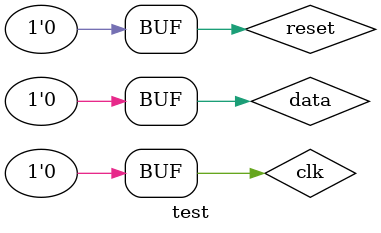
<source format=v>
`timescale 1ns / 1ps


module test;

	// Inputs
	reg data;
	reg clk;
	reg reset;

	// Outputs
	wire q;

	// Instantiate the Unit Under Test (UUT)
	day1_dff uut (
		.data(data), 
		.clk(clk), 
		.reset(reset), 
		.q(q)
	);

	initial begin
		// Initialize Inputs
		data = 0;
		clk = 0;
		reset = 0;

		// Wait 100 ns for global reset to finish
		#100;
        
		// Add stimulus here

	end
      
endmodule


</source>
